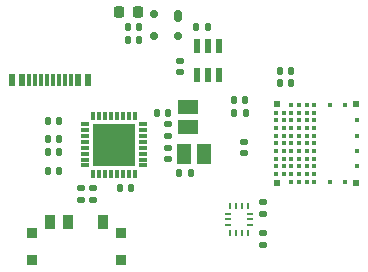
<source format=gbr>
%TF.GenerationSoftware,KiCad,Pcbnew,8.0.2-1*%
%TF.CreationDate,2024-05-16T14:53:04+09:00*%
%TF.ProjectId,eeg,6565672e-6b69-4636-9164-5f7063625858,rev?*%
%TF.SameCoordinates,Original*%
%TF.FileFunction,Paste,Bot*%
%TF.FilePolarity,Positive*%
%FSLAX46Y46*%
G04 Gerber Fmt 4.6, Leading zero omitted, Abs format (unit mm)*
G04 Created by KiCad (PCBNEW 8.0.2-1) date 2024-05-16 14:53:04*
%MOMM*%
%LPD*%
G01*
G04 APERTURE LIST*
G04 Aperture macros list*
%AMRoundRect*
0 Rectangle with rounded corners*
0 $1 Rounding radius*
0 $2 $3 $4 $5 $6 $7 $8 $9 X,Y pos of 4 corners*
0 Add a 4 corners polygon primitive as box body*
4,1,4,$2,$3,$4,$5,$6,$7,$8,$9,$2,$3,0*
0 Add four circle primitives for the rounded corners*
1,1,$1+$1,$2,$3*
1,1,$1+$1,$4,$5*
1,1,$1+$1,$6,$7*
1,1,$1+$1,$8,$9*
0 Add four rect primitives between the rounded corners*
20,1,$1+$1,$2,$3,$4,$5,0*
20,1,$1+$1,$4,$5,$6,$7,0*
20,1,$1+$1,$6,$7,$8,$9,0*
20,1,$1+$1,$8,$9,$2,$3,0*%
G04 Aperture macros list end*
%ADD10R,0.889000X1.244600*%
%ADD11R,0.812800X0.939800*%
%ADD12R,0.600000X0.600000*%
%ADD13R,0.400000X0.400000*%
%ADD14R,0.800000X0.300000*%
%ADD15R,0.300000X0.800000*%
%ADD16R,3.600000X3.600000*%
%ADD17RoundRect,0.140000X-0.170000X0.140000X-0.170000X-0.140000X0.170000X-0.140000X0.170000X0.140000X0*%
%ADD18RoundRect,0.140000X-0.140000X-0.170000X0.140000X-0.170000X0.140000X0.170000X-0.140000X0.170000X0*%
%ADD19RoundRect,0.140000X0.140000X0.170000X-0.140000X0.170000X-0.140000X-0.170000X0.140000X-0.170000X0*%
%ADD20RoundRect,0.140000X0.170000X-0.140000X0.170000X0.140000X-0.170000X0.140000X-0.170000X-0.140000X0*%
%ADD21RoundRect,0.175000X0.175000X0.325000X-0.175000X0.325000X-0.175000X-0.325000X0.175000X-0.325000X0*%
%ADD22RoundRect,0.150000X0.200000X0.150000X-0.200000X0.150000X-0.200000X-0.150000X0.200000X-0.150000X0*%
%ADD23R,0.250000X0.475000*%
%ADD24R,0.475000X0.250000*%
%ADD25RoundRect,0.135000X-0.135000X-0.185000X0.135000X-0.185000X0.135000X0.185000X-0.135000X0.185000X0*%
%ADD26RoundRect,0.218750X-0.218750X-0.256250X0.218750X-0.256250X0.218750X0.256250X-0.218750X0.256250X0*%
%ADD27RoundRect,0.135000X0.185000X-0.135000X0.185000X0.135000X-0.185000X0.135000X-0.185000X-0.135000X0*%
%ADD28R,1.200000X1.800000*%
%ADD29R,0.600000X1.200000*%
%ADD30R,1.800000X1.200000*%
%ADD31R,0.600000X1.140000*%
%ADD32R,0.300000X1.140000*%
G04 APERTURE END LIST*
D10*
%TO.C,SW1*%
X144146500Y-107324820D03*
X141149300Y-107324820D03*
X139650700Y-107324820D03*
D11*
X145698440Y-108269700D03*
X138098760Y-108269700D03*
X145698440Y-110530300D03*
X138098760Y-110530300D03*
%TD*%
D12*
%TO.C,U1*%
X158890000Y-97300000D03*
D13*
X158790000Y-98050000D03*
X158790000Y-98700000D03*
X158790000Y-99350000D03*
X158790000Y-100000000D03*
X158790000Y-100649997D03*
X158790000Y-101300000D03*
X158790000Y-101950000D03*
X158790000Y-102600000D03*
X158790000Y-103250000D03*
D12*
X158890000Y-104000000D03*
D13*
X159440000Y-98050000D03*
X159440000Y-98700000D03*
X159440000Y-99350000D03*
X159440000Y-100000000D03*
X159440000Y-100650000D03*
X159440000Y-101300000D03*
X159440000Y-101950000D03*
X159440000Y-102600000D03*
X159440000Y-103250000D03*
X160090000Y-97400000D03*
X160090000Y-98050000D03*
X160090000Y-98700000D03*
X160090000Y-99350000D03*
X160090000Y-100000000D03*
X160090000Y-100650000D03*
X160090000Y-101300000D03*
X160090000Y-101950000D03*
X160090000Y-102600000D03*
X160090000Y-103250000D03*
X160090000Y-103900000D03*
X160740000Y-97400000D03*
X160740000Y-98050000D03*
X160740000Y-98700000D03*
X160740000Y-99350000D03*
X160740000Y-100000000D03*
X160740000Y-100650000D03*
X160740000Y-101300000D03*
X160740000Y-101950000D03*
X160740000Y-102600000D03*
X160740000Y-103250000D03*
X160740000Y-103900000D03*
X161390000Y-97400000D03*
X161390000Y-98050000D03*
X161390000Y-98700000D03*
X161390000Y-99350000D03*
X161390000Y-100000000D03*
X161390000Y-100650000D03*
X161390000Y-101300000D03*
X161390000Y-101950000D03*
X161390000Y-102600000D03*
X161390000Y-103250000D03*
X161390000Y-103900000D03*
X162040000Y-97400000D03*
X162040000Y-98050000D03*
X162040000Y-98700000D03*
X162040000Y-99350000D03*
X162040000Y-100000000D03*
X162040000Y-100650000D03*
X162040000Y-101300000D03*
X162040000Y-101950000D03*
X162040000Y-102600000D03*
X162040000Y-103250000D03*
X162040000Y-103900000D03*
X163340000Y-97400000D03*
X163340000Y-103900000D03*
X164640000Y-97400000D03*
X164640000Y-103900000D03*
D12*
X165590000Y-97300000D03*
D13*
X165690000Y-98700000D03*
X165690000Y-100000000D03*
X165690000Y-101300000D03*
X165690000Y-102600000D03*
D12*
X165590000Y-104000000D03*
%TD*%
D14*
%TO.C,IC1*%
X147530000Y-99030000D03*
X147530000Y-99530000D03*
X147530000Y-100030000D03*
X147530000Y-100530000D03*
X147530000Y-101030000D03*
X147530000Y-101530000D03*
X147530000Y-102030000D03*
X147530000Y-102530000D03*
D15*
X146830000Y-103230000D03*
X146330000Y-103230000D03*
X145830000Y-103230000D03*
X145330000Y-103230000D03*
X144830000Y-103230000D03*
X144330000Y-103230000D03*
X143830000Y-103230000D03*
X143330000Y-103230000D03*
D14*
X142630000Y-102530000D03*
X142630000Y-102030000D03*
X142630000Y-101530000D03*
X142630000Y-101030000D03*
X142630000Y-100530000D03*
X142630000Y-100030000D03*
X142630000Y-99530000D03*
X142630000Y-99030000D03*
D15*
X143330000Y-98330000D03*
X143830000Y-98330000D03*
X144330000Y-98330000D03*
X144830000Y-98330000D03*
X145330000Y-98330000D03*
X145830000Y-98330000D03*
X146330000Y-98330000D03*
X146830000Y-98330000D03*
D16*
X145080000Y-100780000D03*
%TD*%
D17*
%TO.C,C2*%
X156100000Y-100520000D03*
X156100000Y-101480000D03*
%TD*%
D18*
%TO.C,C14*%
X146240000Y-91920000D03*
X147200000Y-91920000D03*
%TD*%
%TO.C,C19*%
X152065000Y-90840000D03*
X153025000Y-90840000D03*
%TD*%
D19*
%TO.C,C8*%
X140440000Y-100300000D03*
X139480000Y-100300000D03*
%TD*%
D18*
%TO.C,C7*%
X145600000Y-104440000D03*
X146560000Y-104440000D03*
%TD*%
D20*
%TO.C,C17*%
X149620000Y-102000000D03*
X149620000Y-101040000D03*
%TD*%
D21*
%TO.C,D2*%
X150500000Y-89900000D03*
D22*
X150500000Y-91600000D03*
X148500000Y-91600000D03*
X148500000Y-89700000D03*
%TD*%
D23*
%TO.C,U2*%
X154937500Y-105937500D03*
X155437500Y-105937500D03*
X155937500Y-105937500D03*
X156437500Y-105937500D03*
D24*
X156600000Y-106600000D03*
X156600000Y-107100000D03*
X156600000Y-107600000D03*
D23*
X156437500Y-108262500D03*
X155937500Y-108262500D03*
X155437500Y-108262500D03*
X154937500Y-108262500D03*
D24*
X154775000Y-107600000D03*
X154775000Y-107100000D03*
X154775000Y-106600000D03*
%TD*%
D25*
%TO.C,R1*%
X155220000Y-98050000D03*
X156240000Y-98050000D03*
%TD*%
D26*
%TO.C,D1*%
X145525000Y-89500000D03*
X147100000Y-89500000D03*
%TD*%
D18*
%TO.C,C5*%
X159100000Y-94530000D03*
X160060000Y-94530000D03*
%TD*%
D19*
%TO.C,C11*%
X149650000Y-98070000D03*
X148690000Y-98070000D03*
%TD*%
%TO.C,C10*%
X140439996Y-98790000D03*
X139479996Y-98790000D03*
%TD*%
D18*
%TO.C,C16*%
X146240000Y-90820000D03*
X147200000Y-90820000D03*
%TD*%
D17*
%TO.C,C4*%
X157737500Y-108262500D03*
X157737500Y-109222500D03*
%TD*%
D27*
%TO.C,R2*%
X142280000Y-105440000D03*
X142280000Y-104420000D03*
%TD*%
D17*
%TO.C,C15*%
X149620000Y-99060000D03*
X149620000Y-100020000D03*
%TD*%
D28*
%TO.C,L2*%
X151040000Y-101520000D03*
X152740000Y-101520000D03*
%TD*%
D18*
%TO.C,C18*%
X139480000Y-101350000D03*
X140440000Y-101350000D03*
%TD*%
D29*
%TO.C,IC2*%
X152075000Y-92400000D03*
X153025000Y-92400000D03*
X153975000Y-92400000D03*
X153975000Y-94900000D03*
X153025000Y-94900000D03*
X152075000Y-94900000D03*
%TD*%
D30*
%TO.C,L1*%
X151340000Y-99240000D03*
X151340000Y-97540000D03*
%TD*%
D27*
%TO.C,R3*%
X143330000Y-105440000D03*
X143330000Y-104420000D03*
%TD*%
D31*
%TO.C,J3*%
X136475000Y-95330000D03*
X137275000Y-95330000D03*
D32*
X138425000Y-95330000D03*
X139425000Y-95330000D03*
X139925000Y-95330000D03*
X140925000Y-95330000D03*
D31*
X142875000Y-95330000D03*
X142075000Y-95330000D03*
D32*
X141425000Y-95330000D03*
X140425000Y-95330000D03*
X138925000Y-95330000D03*
X137925000Y-95330000D03*
%TD*%
D20*
%TO.C,C13*%
X150635000Y-94610000D03*
X150635000Y-93650000D03*
%TD*%
D19*
%TO.C,C3*%
X156210000Y-96990000D03*
X155250000Y-96990000D03*
%TD*%
%TO.C,C1*%
X160060000Y-95570000D03*
X159100000Y-95570000D03*
%TD*%
D20*
%TO.C,C6*%
X157737500Y-106602500D03*
X157737500Y-105642500D03*
%TD*%
D18*
%TO.C,C12*%
X150620000Y-103200000D03*
X151580000Y-103200000D03*
%TD*%
%TO.C,C9*%
X139500000Y-103020000D03*
X140460000Y-103020000D03*
%TD*%
M02*

</source>
